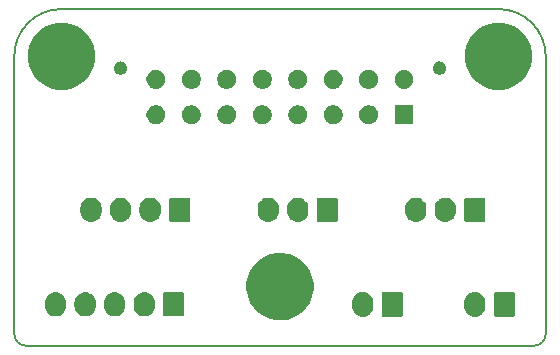
<source format=gbs>
%TF.GenerationSoftware,KiCad,Pcbnew,5.0.2+dfsg1-1*%
%TF.CreationDate,2022-04-03T13:41:23+09:00*%
%TF.ProjectId,toolhead-board,746f6f6c-6865-4616-942d-626f6172642e,rev?*%
%TF.SameCoordinates,Original*%
%TF.FileFunction,Soldermask,Bot*%
%TF.FilePolarity,Negative*%
%FSLAX46Y46*%
G04 Gerber Fmt 4.6, Leading zero omitted, Abs format (unit mm)*
G04 Created by KiCad (PCBNEW 5.0.2+dfsg1-1) date Sun 03 Apr 2022 01:41:23 PM JST*
%MOMM*%
%LPD*%
G01*
G04 APERTURE LIST*
%ADD10C,0.150000*%
%ADD11C,0.100000*%
G04 APERTURE END LIST*
D10*
X165000000Y-98500000D02*
G75*
G02X164000000Y-99500000I-1000000J0D01*
G01*
X121000000Y-99500000D02*
G75*
G02X120000000Y-98500000I0J1000000D01*
G01*
X161000000Y-71000000D02*
G75*
G02X165000000Y-75000000I0J-4000000D01*
G01*
X120000000Y-75000000D02*
G75*
G02X124000000Y-71000000I4000000J0D01*
G01*
X120000000Y-75000000D02*
X120000000Y-98500000D01*
X161000000Y-71000000D02*
X124000000Y-71000000D01*
X165000000Y-98500000D02*
X165000000Y-75000000D01*
X121000000Y-99500000D02*
X164000000Y-99500000D01*
D11*
G36*
X143056202Y-91703781D02*
X143331606Y-91758562D01*
X143850455Y-91973476D01*
X144314259Y-92283380D01*
X144317410Y-92285486D01*
X144714514Y-92682590D01*
X144714516Y-92682593D01*
X145026524Y-93149545D01*
X145026524Y-93149546D01*
X145241438Y-93668395D01*
X145351000Y-94219200D01*
X145351000Y-94780800D01*
X145308659Y-94993661D01*
X145241438Y-95331606D01*
X145026524Y-95850455D01*
X144813505Y-96169260D01*
X144714514Y-96317410D01*
X144317410Y-96714514D01*
X144317407Y-96714516D01*
X143850455Y-97026524D01*
X143331606Y-97241438D01*
X143056202Y-97296219D01*
X142780800Y-97351000D01*
X142219200Y-97351000D01*
X141668394Y-97241438D01*
X141149545Y-97026524D01*
X140682593Y-96714516D01*
X140682590Y-96714514D01*
X140285486Y-96317410D01*
X140186495Y-96169260D01*
X139973476Y-95850455D01*
X139758562Y-95331606D01*
X139691341Y-94993661D01*
X139649000Y-94780800D01*
X139649000Y-94219200D01*
X139758562Y-93668395D01*
X139973476Y-93149546D01*
X139973476Y-93149545D01*
X140285484Y-92682593D01*
X140285486Y-92682590D01*
X140682590Y-92285486D01*
X140685741Y-92283380D01*
X141149545Y-91973476D01*
X141668394Y-91758562D01*
X142219200Y-91649000D01*
X142780800Y-91649000D01*
X143056202Y-91703781D01*
X143056202Y-91703781D01*
G37*
G36*
X149676627Y-94962037D02*
X149782562Y-94994172D01*
X149846467Y-95013557D01*
X149977040Y-95083351D01*
X150002991Y-95097222D01*
X150026359Y-95116400D01*
X150140186Y-95209814D01*
X150223448Y-95311271D01*
X150252778Y-95347009D01*
X150336443Y-95503534D01*
X150387963Y-95673374D01*
X150401000Y-95805743D01*
X150401000Y-96194258D01*
X150387963Y-96326627D01*
X150353616Y-96439853D01*
X150336443Y-96496467D01*
X150266142Y-96627989D01*
X150252778Y-96652991D01*
X150223448Y-96688729D01*
X150140186Y-96790186D01*
X150002989Y-96902779D01*
X149846466Y-96986443D01*
X149815929Y-96995706D01*
X149676626Y-97037963D01*
X149500000Y-97055359D01*
X149323373Y-97037963D01*
X149184070Y-96995706D01*
X149153533Y-96986443D01*
X148997011Y-96902779D01*
X148997009Y-96902778D01*
X148947822Y-96862411D01*
X148859814Y-96790186D01*
X148747221Y-96652989D01*
X148663557Y-96496466D01*
X148646384Y-96439852D01*
X148612037Y-96326626D01*
X148599000Y-96194257D01*
X148599000Y-95805742D01*
X148612037Y-95673373D01*
X148655973Y-95528534D01*
X148663557Y-95503533D01*
X148747222Y-95347008D01*
X148859812Y-95209817D01*
X148954750Y-95131904D01*
X148997010Y-95097222D01*
X149022961Y-95083351D01*
X149153534Y-95013557D01*
X149217439Y-94994172D01*
X149323374Y-94962037D01*
X149500000Y-94944641D01*
X149676627Y-94962037D01*
X149676627Y-94962037D01*
G37*
G36*
X159176627Y-94962037D02*
X159282562Y-94994172D01*
X159346467Y-95013557D01*
X159477040Y-95083351D01*
X159502991Y-95097222D01*
X159526359Y-95116400D01*
X159640186Y-95209814D01*
X159723448Y-95311271D01*
X159752778Y-95347009D01*
X159836443Y-95503534D01*
X159887963Y-95673374D01*
X159901000Y-95805743D01*
X159901000Y-96194258D01*
X159887963Y-96326627D01*
X159853616Y-96439853D01*
X159836443Y-96496467D01*
X159766142Y-96627989D01*
X159752778Y-96652991D01*
X159723448Y-96688729D01*
X159640186Y-96790186D01*
X159502989Y-96902779D01*
X159346466Y-96986443D01*
X159315929Y-96995706D01*
X159176626Y-97037963D01*
X159000000Y-97055359D01*
X158823373Y-97037963D01*
X158684070Y-96995706D01*
X158653533Y-96986443D01*
X158497011Y-96902779D01*
X158497009Y-96902778D01*
X158447822Y-96862411D01*
X158359814Y-96790186D01*
X158247221Y-96652989D01*
X158163557Y-96496466D01*
X158146384Y-96439852D01*
X158112037Y-96326626D01*
X158099000Y-96194257D01*
X158099000Y-95805742D01*
X158112037Y-95673373D01*
X158155973Y-95528534D01*
X158163557Y-95503533D01*
X158247222Y-95347008D01*
X158359812Y-95209817D01*
X158454750Y-95131904D01*
X158497010Y-95097222D01*
X158522961Y-95083351D01*
X158653534Y-95013557D01*
X158717439Y-94994172D01*
X158823374Y-94962037D01*
X159000000Y-94944641D01*
X159176627Y-94962037D01*
X159176627Y-94962037D01*
G37*
G36*
X162258600Y-94952989D02*
X162291649Y-94963014D01*
X162322106Y-94979294D01*
X162348799Y-95001201D01*
X162370706Y-95027894D01*
X162386986Y-95058351D01*
X162397011Y-95091400D01*
X162401000Y-95131904D01*
X162401000Y-96868096D01*
X162397011Y-96908600D01*
X162386986Y-96941649D01*
X162370706Y-96972106D01*
X162348799Y-96998799D01*
X162322106Y-97020706D01*
X162291649Y-97036986D01*
X162258600Y-97047011D01*
X162218096Y-97051000D01*
X160781904Y-97051000D01*
X160741400Y-97047011D01*
X160708351Y-97036986D01*
X160677894Y-97020706D01*
X160651201Y-96998799D01*
X160629294Y-96972106D01*
X160613014Y-96941649D01*
X160602989Y-96908600D01*
X160599000Y-96868096D01*
X160599000Y-95131904D01*
X160602989Y-95091400D01*
X160613014Y-95058351D01*
X160629294Y-95027894D01*
X160651201Y-95001201D01*
X160677894Y-94979294D01*
X160708351Y-94963014D01*
X160741400Y-94952989D01*
X160781904Y-94949000D01*
X162218096Y-94949000D01*
X162258600Y-94952989D01*
X162258600Y-94952989D01*
G37*
G36*
X152758600Y-94952989D02*
X152791649Y-94963014D01*
X152822106Y-94979294D01*
X152848799Y-95001201D01*
X152870706Y-95027894D01*
X152886986Y-95058351D01*
X152897011Y-95091400D01*
X152901000Y-95131904D01*
X152901000Y-96868096D01*
X152897011Y-96908600D01*
X152886986Y-96941649D01*
X152870706Y-96972106D01*
X152848799Y-96998799D01*
X152822106Y-97020706D01*
X152791649Y-97036986D01*
X152758600Y-97047011D01*
X152718096Y-97051000D01*
X151281904Y-97051000D01*
X151241400Y-97047011D01*
X151208351Y-97036986D01*
X151177894Y-97020706D01*
X151151201Y-96998799D01*
X151129294Y-96972106D01*
X151113014Y-96941649D01*
X151102989Y-96908600D01*
X151099000Y-96868096D01*
X151099000Y-95131904D01*
X151102989Y-95091400D01*
X151113014Y-95058351D01*
X151129294Y-95027894D01*
X151151201Y-95001201D01*
X151177894Y-94979294D01*
X151208351Y-94963014D01*
X151241400Y-94952989D01*
X151281904Y-94949000D01*
X152718096Y-94949000D01*
X152758600Y-94952989D01*
X152758600Y-94952989D01*
G37*
G36*
X126176627Y-94987037D02*
X126289853Y-95021384D01*
X126346467Y-95038557D01*
X126456218Y-95097221D01*
X126502991Y-95122222D01*
X126538729Y-95151552D01*
X126640186Y-95234814D01*
X126719619Y-95331605D01*
X126752778Y-95372009D01*
X126836443Y-95528534D01*
X126887963Y-95698374D01*
X126887963Y-95698376D01*
X126898538Y-95805740D01*
X126901000Y-95830743D01*
X126901000Y-96169258D01*
X126887963Y-96301627D01*
X126880379Y-96326627D01*
X126836443Y-96471467D01*
X126823080Y-96496467D01*
X126752778Y-96627991D01*
X126732262Y-96652990D01*
X126640186Y-96765186D01*
X126502989Y-96877779D01*
X126346466Y-96961443D01*
X126311314Y-96972106D01*
X126176626Y-97012963D01*
X126000000Y-97030359D01*
X125823373Y-97012963D01*
X125688685Y-96972106D01*
X125653533Y-96961443D01*
X125497011Y-96877779D01*
X125497009Y-96877778D01*
X125448173Y-96837699D01*
X125359814Y-96765186D01*
X125247221Y-96627989D01*
X125163557Y-96471466D01*
X125119621Y-96326626D01*
X125112037Y-96301626D01*
X125105519Y-96235442D01*
X125099000Y-96169259D01*
X125099000Y-95830740D01*
X125112037Y-95698375D01*
X125112037Y-95698373D01*
X125163557Y-95528534D01*
X125163557Y-95528533D01*
X125247222Y-95372008D01*
X125359812Y-95234817D01*
X125454750Y-95156904D01*
X125497010Y-95122222D01*
X125543783Y-95097221D01*
X125653534Y-95038557D01*
X125710148Y-95021384D01*
X125823374Y-94987037D01*
X126000000Y-94969641D01*
X126176627Y-94987037D01*
X126176627Y-94987037D01*
G37*
G36*
X123676627Y-94987037D02*
X123789853Y-95021384D01*
X123846467Y-95038557D01*
X123956218Y-95097221D01*
X124002991Y-95122222D01*
X124038729Y-95151552D01*
X124140186Y-95234814D01*
X124219619Y-95331605D01*
X124252778Y-95372009D01*
X124336443Y-95528534D01*
X124387963Y-95698374D01*
X124387963Y-95698376D01*
X124398538Y-95805740D01*
X124401000Y-95830743D01*
X124401000Y-96169258D01*
X124387963Y-96301627D01*
X124380379Y-96326627D01*
X124336443Y-96471467D01*
X124323080Y-96496467D01*
X124252778Y-96627991D01*
X124232262Y-96652990D01*
X124140186Y-96765186D01*
X124002989Y-96877779D01*
X123846466Y-96961443D01*
X123811314Y-96972106D01*
X123676626Y-97012963D01*
X123500000Y-97030359D01*
X123323373Y-97012963D01*
X123188685Y-96972106D01*
X123153533Y-96961443D01*
X122997011Y-96877779D01*
X122997009Y-96877778D01*
X122948173Y-96837699D01*
X122859814Y-96765186D01*
X122747221Y-96627989D01*
X122663557Y-96471466D01*
X122619621Y-96326626D01*
X122612037Y-96301626D01*
X122605519Y-96235442D01*
X122599000Y-96169259D01*
X122599000Y-95830740D01*
X122612037Y-95698375D01*
X122612037Y-95698373D01*
X122663557Y-95528534D01*
X122663557Y-95528533D01*
X122747222Y-95372008D01*
X122859812Y-95234817D01*
X122954750Y-95156904D01*
X122997010Y-95122222D01*
X123043783Y-95097221D01*
X123153534Y-95038557D01*
X123210148Y-95021384D01*
X123323374Y-94987037D01*
X123500000Y-94969641D01*
X123676627Y-94987037D01*
X123676627Y-94987037D01*
G37*
G36*
X128676627Y-94987037D02*
X128789853Y-95021384D01*
X128846467Y-95038557D01*
X128956218Y-95097221D01*
X129002991Y-95122222D01*
X129038729Y-95151552D01*
X129140186Y-95234814D01*
X129219619Y-95331605D01*
X129252778Y-95372009D01*
X129336443Y-95528534D01*
X129387963Y-95698374D01*
X129387963Y-95698376D01*
X129398538Y-95805740D01*
X129401000Y-95830743D01*
X129401000Y-96169258D01*
X129387963Y-96301627D01*
X129380379Y-96326627D01*
X129336443Y-96471467D01*
X129323080Y-96496467D01*
X129252778Y-96627991D01*
X129232262Y-96652990D01*
X129140186Y-96765186D01*
X129002989Y-96877779D01*
X128846466Y-96961443D01*
X128811314Y-96972106D01*
X128676626Y-97012963D01*
X128500000Y-97030359D01*
X128323373Y-97012963D01*
X128188685Y-96972106D01*
X128153533Y-96961443D01*
X127997011Y-96877779D01*
X127997009Y-96877778D01*
X127948173Y-96837699D01*
X127859814Y-96765186D01*
X127747221Y-96627989D01*
X127663557Y-96471466D01*
X127619621Y-96326626D01*
X127612037Y-96301626D01*
X127605519Y-96235442D01*
X127599000Y-96169259D01*
X127599000Y-95830740D01*
X127612037Y-95698375D01*
X127612037Y-95698373D01*
X127663557Y-95528534D01*
X127663557Y-95528533D01*
X127747222Y-95372008D01*
X127859812Y-95234817D01*
X127954750Y-95156904D01*
X127997010Y-95122222D01*
X128043783Y-95097221D01*
X128153534Y-95038557D01*
X128210148Y-95021384D01*
X128323374Y-94987037D01*
X128500000Y-94969641D01*
X128676627Y-94987037D01*
X128676627Y-94987037D01*
G37*
G36*
X131176627Y-94987037D02*
X131289853Y-95021384D01*
X131346467Y-95038557D01*
X131456218Y-95097221D01*
X131502991Y-95122222D01*
X131538729Y-95151552D01*
X131640186Y-95234814D01*
X131719619Y-95331605D01*
X131752778Y-95372009D01*
X131836443Y-95528534D01*
X131887963Y-95698374D01*
X131887963Y-95698376D01*
X131898538Y-95805740D01*
X131901000Y-95830743D01*
X131901000Y-96169258D01*
X131887963Y-96301627D01*
X131880379Y-96326627D01*
X131836443Y-96471467D01*
X131823080Y-96496467D01*
X131752778Y-96627991D01*
X131732262Y-96652990D01*
X131640186Y-96765186D01*
X131502989Y-96877779D01*
X131346466Y-96961443D01*
X131311314Y-96972106D01*
X131176626Y-97012963D01*
X131000000Y-97030359D01*
X130823373Y-97012963D01*
X130688685Y-96972106D01*
X130653533Y-96961443D01*
X130497011Y-96877779D01*
X130497009Y-96877778D01*
X130448173Y-96837699D01*
X130359814Y-96765186D01*
X130247221Y-96627989D01*
X130163557Y-96471466D01*
X130119621Y-96326626D01*
X130112037Y-96301626D01*
X130105519Y-96235442D01*
X130099000Y-96169259D01*
X130099000Y-95830740D01*
X130112037Y-95698375D01*
X130112037Y-95698373D01*
X130163557Y-95528534D01*
X130163557Y-95528533D01*
X130247222Y-95372008D01*
X130359812Y-95234817D01*
X130454750Y-95156904D01*
X130497010Y-95122222D01*
X130543783Y-95097221D01*
X130653534Y-95038557D01*
X130710148Y-95021384D01*
X130823374Y-94987037D01*
X131000000Y-94969641D01*
X131176627Y-94987037D01*
X131176627Y-94987037D01*
G37*
G36*
X134258600Y-94977989D02*
X134291649Y-94988014D01*
X134322106Y-95004294D01*
X134348799Y-95026201D01*
X134370706Y-95052894D01*
X134386986Y-95083351D01*
X134397011Y-95116400D01*
X134401000Y-95156904D01*
X134401000Y-96843096D01*
X134397011Y-96883600D01*
X134386986Y-96916649D01*
X134370706Y-96947106D01*
X134348799Y-96973799D01*
X134322106Y-96995706D01*
X134291649Y-97011986D01*
X134258600Y-97022011D01*
X134218096Y-97026000D01*
X132781904Y-97026000D01*
X132741400Y-97022011D01*
X132708351Y-97011986D01*
X132677894Y-96995706D01*
X132651201Y-96973799D01*
X132629294Y-96947106D01*
X132613014Y-96916649D01*
X132602989Y-96883600D01*
X132599000Y-96843096D01*
X132599000Y-95156904D01*
X132602989Y-95116400D01*
X132613014Y-95083351D01*
X132629294Y-95052894D01*
X132651201Y-95026201D01*
X132677894Y-95004294D01*
X132708351Y-94988014D01*
X132741400Y-94977989D01*
X132781904Y-94974000D01*
X134218096Y-94974000D01*
X134258600Y-94977989D01*
X134258600Y-94977989D01*
G37*
G36*
X144176627Y-86987037D02*
X144289853Y-87021384D01*
X144346467Y-87038557D01*
X144485087Y-87112652D01*
X144502991Y-87122222D01*
X144538729Y-87151552D01*
X144640186Y-87234814D01*
X144723448Y-87336271D01*
X144752778Y-87372009D01*
X144836443Y-87528534D01*
X144887963Y-87698374D01*
X144901000Y-87830743D01*
X144901000Y-88169258D01*
X144887963Y-88301627D01*
X144853616Y-88414853D01*
X144836443Y-88471467D01*
X144762348Y-88610087D01*
X144752778Y-88627991D01*
X144723448Y-88663729D01*
X144640186Y-88765186D01*
X144502989Y-88877779D01*
X144346466Y-88961443D01*
X144305733Y-88973799D01*
X144176626Y-89012963D01*
X144000000Y-89030359D01*
X143823373Y-89012963D01*
X143694266Y-88973799D01*
X143653533Y-88961443D01*
X143497011Y-88877779D01*
X143497009Y-88877778D01*
X143454749Y-88843096D01*
X143359814Y-88765186D01*
X143247221Y-88627989D01*
X143163557Y-88471466D01*
X143146384Y-88414852D01*
X143112037Y-88301626D01*
X143099000Y-88169257D01*
X143099000Y-87830742D01*
X143112037Y-87698373D01*
X143163557Y-87528534D01*
X143163557Y-87528533D01*
X143247222Y-87372008D01*
X143359812Y-87234817D01*
X143454750Y-87156904D01*
X143497010Y-87122222D01*
X143514914Y-87112652D01*
X143653534Y-87038557D01*
X143710148Y-87021384D01*
X143823374Y-86987037D01*
X144000000Y-86969641D01*
X144176627Y-86987037D01*
X144176627Y-86987037D01*
G37*
G36*
X126676627Y-86987037D02*
X126789853Y-87021384D01*
X126846467Y-87038557D01*
X126985087Y-87112652D01*
X127002991Y-87122222D01*
X127038729Y-87151552D01*
X127140186Y-87234814D01*
X127223448Y-87336271D01*
X127252778Y-87372009D01*
X127336443Y-87528534D01*
X127387963Y-87698374D01*
X127401000Y-87830743D01*
X127401000Y-88169258D01*
X127387963Y-88301627D01*
X127353616Y-88414853D01*
X127336443Y-88471467D01*
X127262348Y-88610087D01*
X127252778Y-88627991D01*
X127223448Y-88663729D01*
X127140186Y-88765186D01*
X127002989Y-88877779D01*
X126846466Y-88961443D01*
X126805733Y-88973799D01*
X126676626Y-89012963D01*
X126500000Y-89030359D01*
X126323373Y-89012963D01*
X126194266Y-88973799D01*
X126153533Y-88961443D01*
X125997011Y-88877779D01*
X125997009Y-88877778D01*
X125954749Y-88843096D01*
X125859814Y-88765186D01*
X125747221Y-88627989D01*
X125663557Y-88471466D01*
X125646384Y-88414852D01*
X125612037Y-88301626D01*
X125599000Y-88169257D01*
X125599000Y-87830742D01*
X125612037Y-87698373D01*
X125663557Y-87528534D01*
X125663557Y-87528533D01*
X125747222Y-87372008D01*
X125859812Y-87234817D01*
X125954750Y-87156904D01*
X125997010Y-87122222D01*
X126014914Y-87112652D01*
X126153534Y-87038557D01*
X126210148Y-87021384D01*
X126323374Y-86987037D01*
X126500000Y-86969641D01*
X126676627Y-86987037D01*
X126676627Y-86987037D01*
G37*
G36*
X129176627Y-86987037D02*
X129289853Y-87021384D01*
X129346467Y-87038557D01*
X129485087Y-87112652D01*
X129502991Y-87122222D01*
X129538729Y-87151552D01*
X129640186Y-87234814D01*
X129723448Y-87336271D01*
X129752778Y-87372009D01*
X129836443Y-87528534D01*
X129887963Y-87698374D01*
X129901000Y-87830743D01*
X129901000Y-88169258D01*
X129887963Y-88301627D01*
X129853616Y-88414853D01*
X129836443Y-88471467D01*
X129762348Y-88610087D01*
X129752778Y-88627991D01*
X129723448Y-88663729D01*
X129640186Y-88765186D01*
X129502989Y-88877779D01*
X129346466Y-88961443D01*
X129305733Y-88973799D01*
X129176626Y-89012963D01*
X129000000Y-89030359D01*
X128823373Y-89012963D01*
X128694266Y-88973799D01*
X128653533Y-88961443D01*
X128497011Y-88877779D01*
X128497009Y-88877778D01*
X128454749Y-88843096D01*
X128359814Y-88765186D01*
X128247221Y-88627989D01*
X128163557Y-88471466D01*
X128146384Y-88414852D01*
X128112037Y-88301626D01*
X128099000Y-88169257D01*
X128099000Y-87830742D01*
X128112037Y-87698373D01*
X128163557Y-87528534D01*
X128163557Y-87528533D01*
X128247222Y-87372008D01*
X128359812Y-87234817D01*
X128454750Y-87156904D01*
X128497010Y-87122222D01*
X128514914Y-87112652D01*
X128653534Y-87038557D01*
X128710148Y-87021384D01*
X128823374Y-86987037D01*
X129000000Y-86969641D01*
X129176627Y-86987037D01*
X129176627Y-86987037D01*
G37*
G36*
X131676627Y-86987037D02*
X131789853Y-87021384D01*
X131846467Y-87038557D01*
X131985087Y-87112652D01*
X132002991Y-87122222D01*
X132038729Y-87151552D01*
X132140186Y-87234814D01*
X132223448Y-87336271D01*
X132252778Y-87372009D01*
X132336443Y-87528534D01*
X132387963Y-87698374D01*
X132401000Y-87830743D01*
X132401000Y-88169258D01*
X132387963Y-88301627D01*
X132353616Y-88414853D01*
X132336443Y-88471467D01*
X132262348Y-88610087D01*
X132252778Y-88627991D01*
X132223448Y-88663729D01*
X132140186Y-88765186D01*
X132002989Y-88877779D01*
X131846466Y-88961443D01*
X131805733Y-88973799D01*
X131676626Y-89012963D01*
X131500000Y-89030359D01*
X131323373Y-89012963D01*
X131194266Y-88973799D01*
X131153533Y-88961443D01*
X130997011Y-88877779D01*
X130997009Y-88877778D01*
X130954749Y-88843096D01*
X130859814Y-88765186D01*
X130747221Y-88627989D01*
X130663557Y-88471466D01*
X130646384Y-88414852D01*
X130612037Y-88301626D01*
X130599000Y-88169257D01*
X130599000Y-87830742D01*
X130612037Y-87698373D01*
X130663557Y-87528534D01*
X130663557Y-87528533D01*
X130747222Y-87372008D01*
X130859812Y-87234817D01*
X130954750Y-87156904D01*
X130997010Y-87122222D01*
X131014914Y-87112652D01*
X131153534Y-87038557D01*
X131210148Y-87021384D01*
X131323374Y-86987037D01*
X131500000Y-86969641D01*
X131676627Y-86987037D01*
X131676627Y-86987037D01*
G37*
G36*
X141676627Y-86987037D02*
X141789853Y-87021384D01*
X141846467Y-87038557D01*
X141985087Y-87112652D01*
X142002991Y-87122222D01*
X142038729Y-87151552D01*
X142140186Y-87234814D01*
X142223448Y-87336271D01*
X142252778Y-87372009D01*
X142336443Y-87528534D01*
X142387963Y-87698374D01*
X142401000Y-87830743D01*
X142401000Y-88169258D01*
X142387963Y-88301627D01*
X142353616Y-88414853D01*
X142336443Y-88471467D01*
X142262348Y-88610087D01*
X142252778Y-88627991D01*
X142223448Y-88663729D01*
X142140186Y-88765186D01*
X142002989Y-88877779D01*
X141846466Y-88961443D01*
X141805733Y-88973799D01*
X141676626Y-89012963D01*
X141500000Y-89030359D01*
X141323373Y-89012963D01*
X141194266Y-88973799D01*
X141153533Y-88961443D01*
X140997011Y-88877779D01*
X140997009Y-88877778D01*
X140954749Y-88843096D01*
X140859814Y-88765186D01*
X140747221Y-88627989D01*
X140663557Y-88471466D01*
X140646384Y-88414852D01*
X140612037Y-88301626D01*
X140599000Y-88169257D01*
X140599000Y-87830742D01*
X140612037Y-87698373D01*
X140663557Y-87528534D01*
X140663557Y-87528533D01*
X140747222Y-87372008D01*
X140859812Y-87234817D01*
X140954750Y-87156904D01*
X140997010Y-87122222D01*
X141014914Y-87112652D01*
X141153534Y-87038557D01*
X141210148Y-87021384D01*
X141323374Y-86987037D01*
X141500000Y-86969641D01*
X141676627Y-86987037D01*
X141676627Y-86987037D01*
G37*
G36*
X156676627Y-86987037D02*
X156789853Y-87021384D01*
X156846467Y-87038557D01*
X156985087Y-87112652D01*
X157002991Y-87122222D01*
X157038729Y-87151552D01*
X157140186Y-87234814D01*
X157223448Y-87336271D01*
X157252778Y-87372009D01*
X157336443Y-87528534D01*
X157387963Y-87698374D01*
X157401000Y-87830743D01*
X157401000Y-88169258D01*
X157387963Y-88301627D01*
X157353616Y-88414853D01*
X157336443Y-88471467D01*
X157262348Y-88610087D01*
X157252778Y-88627991D01*
X157223448Y-88663729D01*
X157140186Y-88765186D01*
X157002989Y-88877779D01*
X156846466Y-88961443D01*
X156805733Y-88973799D01*
X156676626Y-89012963D01*
X156500000Y-89030359D01*
X156323373Y-89012963D01*
X156194266Y-88973799D01*
X156153533Y-88961443D01*
X155997011Y-88877779D01*
X155997009Y-88877778D01*
X155954749Y-88843096D01*
X155859814Y-88765186D01*
X155747221Y-88627989D01*
X155663557Y-88471466D01*
X155646384Y-88414852D01*
X155612037Y-88301626D01*
X155599000Y-88169257D01*
X155599000Y-87830742D01*
X155612037Y-87698373D01*
X155663557Y-87528534D01*
X155663557Y-87528533D01*
X155747222Y-87372008D01*
X155859812Y-87234817D01*
X155954750Y-87156904D01*
X155997010Y-87122222D01*
X156014914Y-87112652D01*
X156153534Y-87038557D01*
X156210148Y-87021384D01*
X156323374Y-86987037D01*
X156500000Y-86969641D01*
X156676627Y-86987037D01*
X156676627Y-86987037D01*
G37*
G36*
X154176627Y-86987037D02*
X154289853Y-87021384D01*
X154346467Y-87038557D01*
X154485087Y-87112652D01*
X154502991Y-87122222D01*
X154538729Y-87151552D01*
X154640186Y-87234814D01*
X154723448Y-87336271D01*
X154752778Y-87372009D01*
X154836443Y-87528534D01*
X154887963Y-87698374D01*
X154901000Y-87830743D01*
X154901000Y-88169258D01*
X154887963Y-88301627D01*
X154853616Y-88414853D01*
X154836443Y-88471467D01*
X154762348Y-88610087D01*
X154752778Y-88627991D01*
X154723448Y-88663729D01*
X154640186Y-88765186D01*
X154502989Y-88877779D01*
X154346466Y-88961443D01*
X154305733Y-88973799D01*
X154176626Y-89012963D01*
X154000000Y-89030359D01*
X153823373Y-89012963D01*
X153694266Y-88973799D01*
X153653533Y-88961443D01*
X153497011Y-88877779D01*
X153497009Y-88877778D01*
X153454749Y-88843096D01*
X153359814Y-88765186D01*
X153247221Y-88627989D01*
X153163557Y-88471466D01*
X153146384Y-88414852D01*
X153112037Y-88301626D01*
X153099000Y-88169257D01*
X153099000Y-87830742D01*
X153112037Y-87698373D01*
X153163557Y-87528534D01*
X153163557Y-87528533D01*
X153247222Y-87372008D01*
X153359812Y-87234817D01*
X153454750Y-87156904D01*
X153497010Y-87122222D01*
X153514914Y-87112652D01*
X153653534Y-87038557D01*
X153710148Y-87021384D01*
X153823374Y-86987037D01*
X154000000Y-86969641D01*
X154176627Y-86987037D01*
X154176627Y-86987037D01*
G37*
G36*
X147258600Y-86977989D02*
X147291649Y-86988014D01*
X147322106Y-87004294D01*
X147348799Y-87026201D01*
X147370706Y-87052894D01*
X147386986Y-87083351D01*
X147397011Y-87116400D01*
X147401000Y-87156904D01*
X147401000Y-88843096D01*
X147397011Y-88883600D01*
X147386986Y-88916649D01*
X147370706Y-88947106D01*
X147348799Y-88973799D01*
X147322106Y-88995706D01*
X147291649Y-89011986D01*
X147258600Y-89022011D01*
X147218096Y-89026000D01*
X145781904Y-89026000D01*
X145741400Y-89022011D01*
X145708351Y-89011986D01*
X145677894Y-88995706D01*
X145651201Y-88973799D01*
X145629294Y-88947106D01*
X145613014Y-88916649D01*
X145602989Y-88883600D01*
X145599000Y-88843096D01*
X145599000Y-87156904D01*
X145602989Y-87116400D01*
X145613014Y-87083351D01*
X145629294Y-87052894D01*
X145651201Y-87026201D01*
X145677894Y-87004294D01*
X145708351Y-86988014D01*
X145741400Y-86977989D01*
X145781904Y-86974000D01*
X147218096Y-86974000D01*
X147258600Y-86977989D01*
X147258600Y-86977989D01*
G37*
G36*
X159758600Y-86977989D02*
X159791649Y-86988014D01*
X159822106Y-87004294D01*
X159848799Y-87026201D01*
X159870706Y-87052894D01*
X159886986Y-87083351D01*
X159897011Y-87116400D01*
X159901000Y-87156904D01*
X159901000Y-88843096D01*
X159897011Y-88883600D01*
X159886986Y-88916649D01*
X159870706Y-88947106D01*
X159848799Y-88973799D01*
X159822106Y-88995706D01*
X159791649Y-89011986D01*
X159758600Y-89022011D01*
X159718096Y-89026000D01*
X158281904Y-89026000D01*
X158241400Y-89022011D01*
X158208351Y-89011986D01*
X158177894Y-88995706D01*
X158151201Y-88973799D01*
X158129294Y-88947106D01*
X158113014Y-88916649D01*
X158102989Y-88883600D01*
X158099000Y-88843096D01*
X158099000Y-87156904D01*
X158102989Y-87116400D01*
X158113014Y-87083351D01*
X158129294Y-87052894D01*
X158151201Y-87026201D01*
X158177894Y-87004294D01*
X158208351Y-86988014D01*
X158241400Y-86977989D01*
X158281904Y-86974000D01*
X159718096Y-86974000D01*
X159758600Y-86977989D01*
X159758600Y-86977989D01*
G37*
G36*
X134758600Y-86977989D02*
X134791649Y-86988014D01*
X134822106Y-87004294D01*
X134848799Y-87026201D01*
X134870706Y-87052894D01*
X134886986Y-87083351D01*
X134897011Y-87116400D01*
X134901000Y-87156904D01*
X134901000Y-88843096D01*
X134897011Y-88883600D01*
X134886986Y-88916649D01*
X134870706Y-88947106D01*
X134848799Y-88973799D01*
X134822106Y-88995706D01*
X134791649Y-89011986D01*
X134758600Y-89022011D01*
X134718096Y-89026000D01*
X133281904Y-89026000D01*
X133241400Y-89022011D01*
X133208351Y-89011986D01*
X133177894Y-88995706D01*
X133151201Y-88973799D01*
X133129294Y-88947106D01*
X133113014Y-88916649D01*
X133102989Y-88883600D01*
X133099000Y-88843096D01*
X133099000Y-87156904D01*
X133102989Y-87116400D01*
X133113014Y-87083351D01*
X133129294Y-87052894D01*
X133151201Y-87026201D01*
X133177894Y-87004294D01*
X133208351Y-86988014D01*
X133241400Y-86977989D01*
X133281904Y-86974000D01*
X134718096Y-86974000D01*
X134758600Y-86977989D01*
X134758600Y-86977989D01*
G37*
G36*
X141140834Y-79151066D02*
X141233714Y-79169541D01*
X141379532Y-79229941D01*
X141379533Y-79229942D01*
X141510768Y-79317630D01*
X141622368Y-79429230D01*
X141622370Y-79429233D01*
X141710057Y-79560466D01*
X141770457Y-79706284D01*
X141801248Y-79861084D01*
X141801248Y-80018916D01*
X141770457Y-80173716D01*
X141710057Y-80319534D01*
X141710056Y-80319535D01*
X141622368Y-80450770D01*
X141510768Y-80562370D01*
X141510765Y-80562372D01*
X141379532Y-80650059D01*
X141233714Y-80710459D01*
X141140834Y-80728934D01*
X141078916Y-80741250D01*
X140921080Y-80741250D01*
X140859162Y-80728934D01*
X140766282Y-80710459D01*
X140620464Y-80650059D01*
X140489231Y-80562372D01*
X140489228Y-80562370D01*
X140377628Y-80450770D01*
X140289940Y-80319535D01*
X140289939Y-80319534D01*
X140229539Y-80173716D01*
X140198748Y-80018916D01*
X140198748Y-79861084D01*
X140229539Y-79706284D01*
X140289939Y-79560466D01*
X140377626Y-79429233D01*
X140377628Y-79429230D01*
X140489228Y-79317630D01*
X140620463Y-79229942D01*
X140620464Y-79229941D01*
X140766282Y-79169541D01*
X140859162Y-79151066D01*
X140921080Y-79138750D01*
X141078916Y-79138750D01*
X141140834Y-79151066D01*
X141140834Y-79151066D01*
G37*
G36*
X153801244Y-80741250D02*
X152198744Y-80741250D01*
X152198744Y-79138750D01*
X153801244Y-79138750D01*
X153801244Y-80741250D01*
X153801244Y-80741250D01*
G37*
G36*
X150140831Y-79151066D02*
X150233711Y-79169541D01*
X150379529Y-79229941D01*
X150379530Y-79229942D01*
X150510765Y-79317630D01*
X150622365Y-79429230D01*
X150622367Y-79429233D01*
X150710054Y-79560466D01*
X150770454Y-79706284D01*
X150801245Y-79861084D01*
X150801245Y-80018916D01*
X150770454Y-80173716D01*
X150710054Y-80319534D01*
X150710053Y-80319535D01*
X150622365Y-80450770D01*
X150510765Y-80562370D01*
X150510762Y-80562372D01*
X150379529Y-80650059D01*
X150233711Y-80710459D01*
X150140831Y-80728934D01*
X150078913Y-80741250D01*
X149921077Y-80741250D01*
X149859159Y-80728934D01*
X149766279Y-80710459D01*
X149620461Y-80650059D01*
X149489228Y-80562372D01*
X149489225Y-80562370D01*
X149377625Y-80450770D01*
X149289937Y-80319535D01*
X149289936Y-80319534D01*
X149229536Y-80173716D01*
X149198745Y-80018916D01*
X149198745Y-79861084D01*
X149229536Y-79706284D01*
X149289936Y-79560466D01*
X149377623Y-79429233D01*
X149377625Y-79429230D01*
X149489225Y-79317630D01*
X149620460Y-79229942D01*
X149620461Y-79229941D01*
X149766279Y-79169541D01*
X149859159Y-79151066D01*
X149921077Y-79138750D01*
X150078913Y-79138750D01*
X150140831Y-79151066D01*
X150140831Y-79151066D01*
G37*
G36*
X147140832Y-79151066D02*
X147233712Y-79169541D01*
X147379530Y-79229941D01*
X147379531Y-79229942D01*
X147510766Y-79317630D01*
X147622366Y-79429230D01*
X147622368Y-79429233D01*
X147710055Y-79560466D01*
X147770455Y-79706284D01*
X147801246Y-79861084D01*
X147801246Y-80018916D01*
X147770455Y-80173716D01*
X147710055Y-80319534D01*
X147710054Y-80319535D01*
X147622366Y-80450770D01*
X147510766Y-80562370D01*
X147510763Y-80562372D01*
X147379530Y-80650059D01*
X147233712Y-80710459D01*
X147140832Y-80728934D01*
X147078914Y-80741250D01*
X146921078Y-80741250D01*
X146859160Y-80728934D01*
X146766280Y-80710459D01*
X146620462Y-80650059D01*
X146489229Y-80562372D01*
X146489226Y-80562370D01*
X146377626Y-80450770D01*
X146289938Y-80319535D01*
X146289937Y-80319534D01*
X146229537Y-80173716D01*
X146198746Y-80018916D01*
X146198746Y-79861084D01*
X146229537Y-79706284D01*
X146289937Y-79560466D01*
X146377624Y-79429233D01*
X146377626Y-79429230D01*
X146489226Y-79317630D01*
X146620461Y-79229942D01*
X146620462Y-79229941D01*
X146766280Y-79169541D01*
X146859160Y-79151066D01*
X146921078Y-79138750D01*
X147078914Y-79138750D01*
X147140832Y-79151066D01*
X147140832Y-79151066D01*
G37*
G36*
X144140833Y-79151066D02*
X144233713Y-79169541D01*
X144379531Y-79229941D01*
X144379532Y-79229942D01*
X144510767Y-79317630D01*
X144622367Y-79429230D01*
X144622369Y-79429233D01*
X144710056Y-79560466D01*
X144770456Y-79706284D01*
X144801247Y-79861084D01*
X144801247Y-80018916D01*
X144770456Y-80173716D01*
X144710056Y-80319534D01*
X144710055Y-80319535D01*
X144622367Y-80450770D01*
X144510767Y-80562370D01*
X144510764Y-80562372D01*
X144379531Y-80650059D01*
X144233713Y-80710459D01*
X144140833Y-80728934D01*
X144078915Y-80741250D01*
X143921079Y-80741250D01*
X143859161Y-80728934D01*
X143766281Y-80710459D01*
X143620463Y-80650059D01*
X143489230Y-80562372D01*
X143489227Y-80562370D01*
X143377627Y-80450770D01*
X143289939Y-80319535D01*
X143289938Y-80319534D01*
X143229538Y-80173716D01*
X143198747Y-80018916D01*
X143198747Y-79861084D01*
X143229538Y-79706284D01*
X143289938Y-79560466D01*
X143377625Y-79429233D01*
X143377627Y-79429230D01*
X143489227Y-79317630D01*
X143620462Y-79229942D01*
X143620463Y-79229941D01*
X143766281Y-79169541D01*
X143859161Y-79151066D01*
X143921079Y-79138750D01*
X144078915Y-79138750D01*
X144140833Y-79151066D01*
X144140833Y-79151066D01*
G37*
G36*
X138140835Y-79151066D02*
X138233715Y-79169541D01*
X138379533Y-79229941D01*
X138379534Y-79229942D01*
X138510769Y-79317630D01*
X138622369Y-79429230D01*
X138622371Y-79429233D01*
X138710058Y-79560466D01*
X138770458Y-79706284D01*
X138801249Y-79861084D01*
X138801249Y-80018916D01*
X138770458Y-80173716D01*
X138710058Y-80319534D01*
X138710057Y-80319535D01*
X138622369Y-80450770D01*
X138510769Y-80562370D01*
X138510766Y-80562372D01*
X138379533Y-80650059D01*
X138233715Y-80710459D01*
X138140835Y-80728934D01*
X138078917Y-80741250D01*
X137921081Y-80741250D01*
X137859163Y-80728934D01*
X137766283Y-80710459D01*
X137620465Y-80650059D01*
X137489232Y-80562372D01*
X137489229Y-80562370D01*
X137377629Y-80450770D01*
X137289941Y-80319535D01*
X137289940Y-80319534D01*
X137229540Y-80173716D01*
X137198749Y-80018916D01*
X137198749Y-79861084D01*
X137229540Y-79706284D01*
X137289940Y-79560466D01*
X137377627Y-79429233D01*
X137377629Y-79429230D01*
X137489229Y-79317630D01*
X137620464Y-79229942D01*
X137620465Y-79229941D01*
X137766283Y-79169541D01*
X137859163Y-79151066D01*
X137921081Y-79138750D01*
X138078917Y-79138750D01*
X138140835Y-79151066D01*
X138140835Y-79151066D01*
G37*
G36*
X135140836Y-79151066D02*
X135233716Y-79169541D01*
X135379534Y-79229941D01*
X135379535Y-79229942D01*
X135510770Y-79317630D01*
X135622370Y-79429230D01*
X135622372Y-79429233D01*
X135710059Y-79560466D01*
X135770459Y-79706284D01*
X135801250Y-79861084D01*
X135801250Y-80018916D01*
X135770459Y-80173716D01*
X135710059Y-80319534D01*
X135710058Y-80319535D01*
X135622370Y-80450770D01*
X135510770Y-80562370D01*
X135510767Y-80562372D01*
X135379534Y-80650059D01*
X135233716Y-80710459D01*
X135140836Y-80728934D01*
X135078918Y-80741250D01*
X134921082Y-80741250D01*
X134859164Y-80728934D01*
X134766284Y-80710459D01*
X134620466Y-80650059D01*
X134489233Y-80562372D01*
X134489230Y-80562370D01*
X134377630Y-80450770D01*
X134289942Y-80319535D01*
X134289941Y-80319534D01*
X134229541Y-80173716D01*
X134198750Y-80018916D01*
X134198750Y-79861084D01*
X134229541Y-79706284D01*
X134289941Y-79560466D01*
X134377628Y-79429233D01*
X134377630Y-79429230D01*
X134489230Y-79317630D01*
X134620465Y-79229942D01*
X134620466Y-79229941D01*
X134766284Y-79169541D01*
X134859164Y-79151066D01*
X134921082Y-79138750D01*
X135078918Y-79138750D01*
X135140836Y-79151066D01*
X135140836Y-79151066D01*
G37*
G36*
X132140836Y-79151066D02*
X132233716Y-79169541D01*
X132379534Y-79229941D01*
X132379535Y-79229942D01*
X132510770Y-79317630D01*
X132622370Y-79429230D01*
X132622372Y-79429233D01*
X132710059Y-79560466D01*
X132770459Y-79706284D01*
X132801250Y-79861084D01*
X132801250Y-80018916D01*
X132770459Y-80173716D01*
X132710059Y-80319534D01*
X132710058Y-80319535D01*
X132622370Y-80450770D01*
X132510770Y-80562370D01*
X132510767Y-80562372D01*
X132379534Y-80650059D01*
X132233716Y-80710459D01*
X132140836Y-80728934D01*
X132078918Y-80741250D01*
X131921082Y-80741250D01*
X131859164Y-80728934D01*
X131766284Y-80710459D01*
X131620466Y-80650059D01*
X131489233Y-80562372D01*
X131489230Y-80562370D01*
X131377630Y-80450770D01*
X131289942Y-80319535D01*
X131289941Y-80319534D01*
X131229541Y-80173716D01*
X131198750Y-80018916D01*
X131198750Y-79861084D01*
X131229541Y-79706284D01*
X131289941Y-79560466D01*
X131377628Y-79429233D01*
X131377630Y-79429230D01*
X131489230Y-79317630D01*
X131620465Y-79229942D01*
X131620466Y-79229941D01*
X131766284Y-79169541D01*
X131859164Y-79151066D01*
X131921082Y-79138750D01*
X132078918Y-79138750D01*
X132140836Y-79151066D01*
X132140836Y-79151066D01*
G37*
G36*
X124831606Y-72258562D02*
X125350455Y-72473476D01*
X125814259Y-72783380D01*
X125817410Y-72785486D01*
X126214514Y-73182590D01*
X126214516Y-73182593D01*
X126526524Y-73649545D01*
X126741438Y-74168394D01*
X126851000Y-74719201D01*
X126851000Y-75280799D01*
X126741438Y-75831606D01*
X126526524Y-76350455D01*
X126288763Y-76706288D01*
X126214514Y-76817410D01*
X125817410Y-77214514D01*
X125817407Y-77214516D01*
X125350455Y-77526524D01*
X124831606Y-77741438D01*
X124280800Y-77851000D01*
X123719200Y-77851000D01*
X123168394Y-77741438D01*
X122649545Y-77526524D01*
X122182593Y-77214516D01*
X122182590Y-77214514D01*
X121785486Y-76817410D01*
X121711237Y-76706288D01*
X121473476Y-76350455D01*
X121258562Y-75831606D01*
X121149000Y-75280799D01*
X121149000Y-74719201D01*
X121258562Y-74168394D01*
X121473476Y-73649545D01*
X121785484Y-73182593D01*
X121785486Y-73182590D01*
X122182590Y-72785486D01*
X122185741Y-72783380D01*
X122649545Y-72473476D01*
X123168394Y-72258562D01*
X123719200Y-72149000D01*
X124280800Y-72149000D01*
X124831606Y-72258562D01*
X124831606Y-72258562D01*
G37*
G36*
X161831606Y-72258562D02*
X162350455Y-72473476D01*
X162814259Y-72783380D01*
X162817410Y-72785486D01*
X163214514Y-73182590D01*
X163214516Y-73182593D01*
X163526524Y-73649545D01*
X163741438Y-74168394D01*
X163851000Y-74719201D01*
X163851000Y-75280799D01*
X163741438Y-75831606D01*
X163526524Y-76350455D01*
X163288763Y-76706288D01*
X163214514Y-76817410D01*
X162817410Y-77214514D01*
X162817407Y-77214516D01*
X162350455Y-77526524D01*
X161831606Y-77741438D01*
X161280800Y-77851000D01*
X160719200Y-77851000D01*
X160168394Y-77741438D01*
X159649545Y-77526524D01*
X159182593Y-77214516D01*
X159182590Y-77214514D01*
X158785486Y-76817410D01*
X158711237Y-76706288D01*
X158473476Y-76350455D01*
X158258562Y-75831606D01*
X158149000Y-75280799D01*
X158149000Y-74719201D01*
X158258562Y-74168394D01*
X158473476Y-73649545D01*
X158785484Y-73182593D01*
X158785486Y-73182590D01*
X159182590Y-72785486D01*
X159185741Y-72783380D01*
X159649545Y-72473476D01*
X160168394Y-72258562D01*
X160719200Y-72149000D01*
X161280800Y-72149000D01*
X161831606Y-72258562D01*
X161831606Y-72258562D01*
G37*
G36*
X138140835Y-76151067D02*
X138233715Y-76169542D01*
X138379533Y-76229942D01*
X138433098Y-76265733D01*
X138510769Y-76317631D01*
X138622369Y-76429231D01*
X138622371Y-76429234D01*
X138710058Y-76560467D01*
X138770458Y-76706285D01*
X138801249Y-76861085D01*
X138801249Y-77018917D01*
X138770458Y-77173717D01*
X138710058Y-77319535D01*
X138710057Y-77319536D01*
X138622369Y-77450771D01*
X138510769Y-77562371D01*
X138510766Y-77562373D01*
X138379533Y-77650060D01*
X138233715Y-77710460D01*
X138140835Y-77728935D01*
X138078917Y-77741251D01*
X137921081Y-77741251D01*
X137859163Y-77728935D01*
X137766283Y-77710460D01*
X137620465Y-77650060D01*
X137489232Y-77562373D01*
X137489229Y-77562371D01*
X137377629Y-77450771D01*
X137289941Y-77319536D01*
X137289940Y-77319535D01*
X137229540Y-77173717D01*
X137198749Y-77018917D01*
X137198749Y-76861085D01*
X137229540Y-76706285D01*
X137289940Y-76560467D01*
X137377627Y-76429234D01*
X137377629Y-76429231D01*
X137489229Y-76317631D01*
X137566900Y-76265733D01*
X137620465Y-76229942D01*
X137766283Y-76169542D01*
X137859163Y-76151067D01*
X137921081Y-76138751D01*
X138078917Y-76138751D01*
X138140835Y-76151067D01*
X138140835Y-76151067D01*
G37*
G36*
X150140831Y-76151067D02*
X150233711Y-76169542D01*
X150379529Y-76229942D01*
X150433094Y-76265733D01*
X150510765Y-76317631D01*
X150622365Y-76429231D01*
X150622367Y-76429234D01*
X150710054Y-76560467D01*
X150770454Y-76706285D01*
X150801245Y-76861085D01*
X150801245Y-77018917D01*
X150770454Y-77173717D01*
X150710054Y-77319535D01*
X150710053Y-77319536D01*
X150622365Y-77450771D01*
X150510765Y-77562371D01*
X150510762Y-77562373D01*
X150379529Y-77650060D01*
X150233711Y-77710460D01*
X150140831Y-77728935D01*
X150078913Y-77741251D01*
X149921077Y-77741251D01*
X149859159Y-77728935D01*
X149766279Y-77710460D01*
X149620461Y-77650060D01*
X149489228Y-77562373D01*
X149489225Y-77562371D01*
X149377625Y-77450771D01*
X149289937Y-77319536D01*
X149289936Y-77319535D01*
X149229536Y-77173717D01*
X149198745Y-77018917D01*
X149198745Y-76861085D01*
X149229536Y-76706285D01*
X149289936Y-76560467D01*
X149377623Y-76429234D01*
X149377625Y-76429231D01*
X149489225Y-76317631D01*
X149566896Y-76265733D01*
X149620461Y-76229942D01*
X149766279Y-76169542D01*
X149859159Y-76151067D01*
X149921077Y-76138751D01*
X150078913Y-76138751D01*
X150140831Y-76151067D01*
X150140831Y-76151067D01*
G37*
G36*
X141140834Y-76151067D02*
X141233714Y-76169542D01*
X141379532Y-76229942D01*
X141433097Y-76265733D01*
X141510768Y-76317631D01*
X141622368Y-76429231D01*
X141622370Y-76429234D01*
X141710057Y-76560467D01*
X141770457Y-76706285D01*
X141801248Y-76861085D01*
X141801248Y-77018917D01*
X141770457Y-77173717D01*
X141710057Y-77319535D01*
X141710056Y-77319536D01*
X141622368Y-77450771D01*
X141510768Y-77562371D01*
X141510765Y-77562373D01*
X141379532Y-77650060D01*
X141233714Y-77710460D01*
X141140834Y-77728935D01*
X141078916Y-77741251D01*
X140921080Y-77741251D01*
X140859162Y-77728935D01*
X140766282Y-77710460D01*
X140620464Y-77650060D01*
X140489231Y-77562373D01*
X140489228Y-77562371D01*
X140377628Y-77450771D01*
X140289940Y-77319536D01*
X140289939Y-77319535D01*
X140229539Y-77173717D01*
X140198748Y-77018917D01*
X140198748Y-76861085D01*
X140229539Y-76706285D01*
X140289939Y-76560467D01*
X140377626Y-76429234D01*
X140377628Y-76429231D01*
X140489228Y-76317631D01*
X140566899Y-76265733D01*
X140620464Y-76229942D01*
X140766282Y-76169542D01*
X140859162Y-76151067D01*
X140921080Y-76138751D01*
X141078916Y-76138751D01*
X141140834Y-76151067D01*
X141140834Y-76151067D01*
G37*
G36*
X135140836Y-76151067D02*
X135233716Y-76169542D01*
X135379534Y-76229942D01*
X135433099Y-76265733D01*
X135510770Y-76317631D01*
X135622370Y-76429231D01*
X135622372Y-76429234D01*
X135710059Y-76560467D01*
X135770459Y-76706285D01*
X135801250Y-76861085D01*
X135801250Y-77018917D01*
X135770459Y-77173717D01*
X135710059Y-77319535D01*
X135710058Y-77319536D01*
X135622370Y-77450771D01*
X135510770Y-77562371D01*
X135510767Y-77562373D01*
X135379534Y-77650060D01*
X135233716Y-77710460D01*
X135140836Y-77728935D01*
X135078918Y-77741251D01*
X134921082Y-77741251D01*
X134859164Y-77728935D01*
X134766284Y-77710460D01*
X134620466Y-77650060D01*
X134489233Y-77562373D01*
X134489230Y-77562371D01*
X134377630Y-77450771D01*
X134289942Y-77319536D01*
X134289941Y-77319535D01*
X134229541Y-77173717D01*
X134198750Y-77018917D01*
X134198750Y-76861085D01*
X134229541Y-76706285D01*
X134289941Y-76560467D01*
X134377628Y-76429234D01*
X134377630Y-76429231D01*
X134489230Y-76317631D01*
X134566901Y-76265733D01*
X134620466Y-76229942D01*
X134766284Y-76169542D01*
X134859164Y-76151067D01*
X134921082Y-76138751D01*
X135078918Y-76138751D01*
X135140836Y-76151067D01*
X135140836Y-76151067D01*
G37*
G36*
X132140836Y-76151067D02*
X132233716Y-76169542D01*
X132379534Y-76229942D01*
X132433099Y-76265733D01*
X132510770Y-76317631D01*
X132622370Y-76429231D01*
X132622372Y-76429234D01*
X132710059Y-76560467D01*
X132770459Y-76706285D01*
X132801250Y-76861085D01*
X132801250Y-77018917D01*
X132770459Y-77173717D01*
X132710059Y-77319535D01*
X132710058Y-77319536D01*
X132622370Y-77450771D01*
X132510770Y-77562371D01*
X132510767Y-77562373D01*
X132379534Y-77650060D01*
X132233716Y-77710460D01*
X132140836Y-77728935D01*
X132078918Y-77741251D01*
X131921082Y-77741251D01*
X131859164Y-77728935D01*
X131766284Y-77710460D01*
X131620466Y-77650060D01*
X131489233Y-77562373D01*
X131489230Y-77562371D01*
X131377630Y-77450771D01*
X131289942Y-77319536D01*
X131289941Y-77319535D01*
X131229541Y-77173717D01*
X131198750Y-77018917D01*
X131198750Y-76861085D01*
X131229541Y-76706285D01*
X131289941Y-76560467D01*
X131377628Y-76429234D01*
X131377630Y-76429231D01*
X131489230Y-76317631D01*
X131566901Y-76265733D01*
X131620466Y-76229942D01*
X131766284Y-76169542D01*
X131859164Y-76151067D01*
X131921082Y-76138751D01*
X132078918Y-76138751D01*
X132140836Y-76151067D01*
X132140836Y-76151067D01*
G37*
G36*
X147140832Y-76151067D02*
X147233712Y-76169542D01*
X147379530Y-76229942D01*
X147433095Y-76265733D01*
X147510766Y-76317631D01*
X147622366Y-76429231D01*
X147622368Y-76429234D01*
X147710055Y-76560467D01*
X147770455Y-76706285D01*
X147801246Y-76861085D01*
X147801246Y-77018917D01*
X147770455Y-77173717D01*
X147710055Y-77319535D01*
X147710054Y-77319536D01*
X147622366Y-77450771D01*
X147510766Y-77562371D01*
X147510763Y-77562373D01*
X147379530Y-77650060D01*
X147233712Y-77710460D01*
X147140832Y-77728935D01*
X147078914Y-77741251D01*
X146921078Y-77741251D01*
X146859160Y-77728935D01*
X146766280Y-77710460D01*
X146620462Y-77650060D01*
X146489229Y-77562373D01*
X146489226Y-77562371D01*
X146377626Y-77450771D01*
X146289938Y-77319536D01*
X146289937Y-77319535D01*
X146229537Y-77173717D01*
X146198746Y-77018917D01*
X146198746Y-76861085D01*
X146229537Y-76706285D01*
X146289937Y-76560467D01*
X146377624Y-76429234D01*
X146377626Y-76429231D01*
X146489226Y-76317631D01*
X146566897Y-76265733D01*
X146620462Y-76229942D01*
X146766280Y-76169542D01*
X146859160Y-76151067D01*
X146921078Y-76138751D01*
X147078914Y-76138751D01*
X147140832Y-76151067D01*
X147140832Y-76151067D01*
G37*
G36*
X153140830Y-76151067D02*
X153233710Y-76169542D01*
X153379528Y-76229942D01*
X153433093Y-76265733D01*
X153510764Y-76317631D01*
X153622364Y-76429231D01*
X153622366Y-76429234D01*
X153710053Y-76560467D01*
X153770453Y-76706285D01*
X153801244Y-76861085D01*
X153801244Y-77018917D01*
X153770453Y-77173717D01*
X153710053Y-77319535D01*
X153710052Y-77319536D01*
X153622364Y-77450771D01*
X153510764Y-77562371D01*
X153510761Y-77562373D01*
X153379528Y-77650060D01*
X153233710Y-77710460D01*
X153140830Y-77728935D01*
X153078912Y-77741251D01*
X152921076Y-77741251D01*
X152859158Y-77728935D01*
X152766278Y-77710460D01*
X152620460Y-77650060D01*
X152489227Y-77562373D01*
X152489224Y-77562371D01*
X152377624Y-77450771D01*
X152289936Y-77319536D01*
X152289935Y-77319535D01*
X152229535Y-77173717D01*
X152198744Y-77018917D01*
X152198744Y-76861085D01*
X152229535Y-76706285D01*
X152289935Y-76560467D01*
X152377622Y-76429234D01*
X152377624Y-76429231D01*
X152489224Y-76317631D01*
X152566895Y-76265733D01*
X152620460Y-76229942D01*
X152766278Y-76169542D01*
X152859158Y-76151067D01*
X152921076Y-76138751D01*
X153078912Y-76138751D01*
X153140830Y-76151067D01*
X153140830Y-76151067D01*
G37*
G36*
X144140833Y-76151067D02*
X144233713Y-76169542D01*
X144379531Y-76229942D01*
X144433096Y-76265733D01*
X144510767Y-76317631D01*
X144622367Y-76429231D01*
X144622369Y-76429234D01*
X144710056Y-76560467D01*
X144770456Y-76706285D01*
X144801247Y-76861085D01*
X144801247Y-77018917D01*
X144770456Y-77173717D01*
X144710056Y-77319535D01*
X144710055Y-77319536D01*
X144622367Y-77450771D01*
X144510767Y-77562371D01*
X144510764Y-77562373D01*
X144379531Y-77650060D01*
X144233713Y-77710460D01*
X144140833Y-77728935D01*
X144078915Y-77741251D01*
X143921079Y-77741251D01*
X143859161Y-77728935D01*
X143766281Y-77710460D01*
X143620463Y-77650060D01*
X143489230Y-77562373D01*
X143489227Y-77562371D01*
X143377627Y-77450771D01*
X143289939Y-77319536D01*
X143289938Y-77319535D01*
X143229538Y-77173717D01*
X143198747Y-77018917D01*
X143198747Y-76861085D01*
X143229538Y-76706285D01*
X143289938Y-76560467D01*
X143377625Y-76429234D01*
X143377627Y-76429231D01*
X143489227Y-76317631D01*
X143566898Y-76265733D01*
X143620463Y-76229942D01*
X143766281Y-76169542D01*
X143859161Y-76151067D01*
X143921079Y-76138751D01*
X144078915Y-76138751D01*
X144140833Y-76151067D01*
X144140833Y-76151067D01*
G37*
G36*
X129163685Y-75460559D02*
X129265779Y-75502848D01*
X129357666Y-75564245D01*
X129435802Y-75642381D01*
X129497199Y-75734268D01*
X129539488Y-75836362D01*
X129561047Y-75944746D01*
X129561047Y-76055254D01*
X129539488Y-76163638D01*
X129497199Y-76265732D01*
X129435802Y-76357619D01*
X129357666Y-76435755D01*
X129265779Y-76497152D01*
X129163685Y-76539441D01*
X129055301Y-76561000D01*
X128944793Y-76561000D01*
X128836409Y-76539441D01*
X128734315Y-76497152D01*
X128642428Y-76435755D01*
X128564292Y-76357619D01*
X128502895Y-76265732D01*
X128460606Y-76163638D01*
X128439047Y-76055254D01*
X128439047Y-75944746D01*
X128460606Y-75836362D01*
X128502895Y-75734268D01*
X128564292Y-75642381D01*
X128642428Y-75564245D01*
X128734315Y-75502848D01*
X128836409Y-75460559D01*
X128944793Y-75439000D01*
X129055301Y-75439000D01*
X129163685Y-75460559D01*
X129163685Y-75460559D01*
G37*
G36*
X156163631Y-75460559D02*
X156265725Y-75502848D01*
X156357612Y-75564245D01*
X156435748Y-75642381D01*
X156497145Y-75734268D01*
X156539434Y-75836362D01*
X156560993Y-75944746D01*
X156560993Y-76055254D01*
X156539434Y-76163638D01*
X156497145Y-76265732D01*
X156435748Y-76357619D01*
X156357612Y-76435755D01*
X156265725Y-76497152D01*
X156163631Y-76539441D01*
X156055247Y-76561000D01*
X155944739Y-76561000D01*
X155836355Y-76539441D01*
X155734261Y-76497152D01*
X155642374Y-76435755D01*
X155564238Y-76357619D01*
X155502841Y-76265732D01*
X155460552Y-76163638D01*
X155438993Y-76055254D01*
X155438993Y-75944746D01*
X155460552Y-75836362D01*
X155502841Y-75734268D01*
X155564238Y-75642381D01*
X155642374Y-75564245D01*
X155734261Y-75502848D01*
X155836355Y-75460559D01*
X155944739Y-75439000D01*
X156055247Y-75439000D01*
X156163631Y-75460559D01*
X156163631Y-75460559D01*
G37*
M02*

</source>
